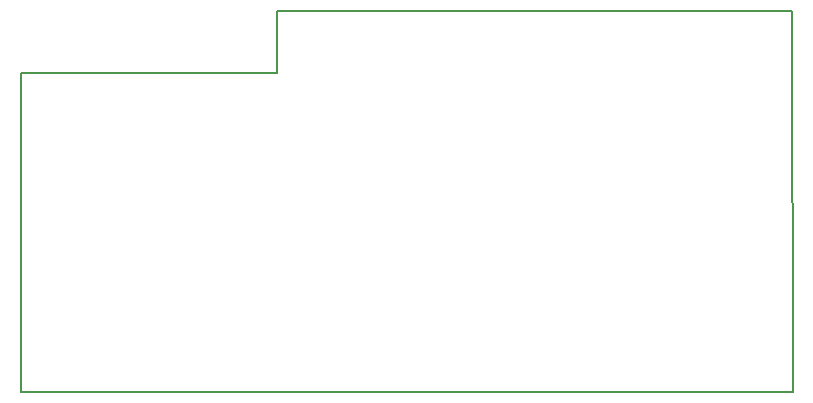
<source format=gm1>
G04 #@! TF.GenerationSoftware,KiCad,Pcbnew,6.99.0-unknown-455e330f3b~148~ubuntu20.04.1*
G04 #@! TF.CreationDate,2022-04-23T11:40:34+05:30*
G04 #@! TF.ProjectId,aptx_headset,61707478-5f68-4656-9164-7365742e6b69,rev?*
G04 #@! TF.SameCoordinates,Original*
G04 #@! TF.FileFunction,Profile,NP*
%FSLAX46Y46*%
G04 Gerber Fmt 4.6, Leading zero omitted, Abs format (unit mm)*
G04 Created by KiCad (PCBNEW 6.99.0-unknown-455e330f3b~148~ubuntu20.04.1) date 2022-04-23 11:40:34*
%MOMM*%
%LPD*%
G01*
G04 APERTURE LIST*
G04 #@! TA.AperFunction,Profile*
%ADD10C,0.200000*%
G04 #@! TD*
G04 APERTURE END LIST*
D10*
X151250000Y-101150000D02*
X85850000Y-101150000D01*
X85850000Y-74150000D01*
X107600000Y-74150000D01*
X107600000Y-68850000D01*
X151150000Y-68850000D01*
X151250000Y-101150000D01*
M02*

</source>
